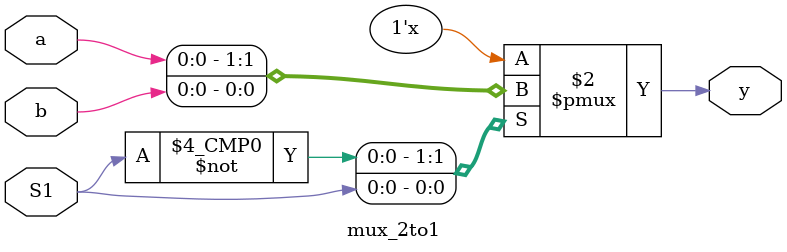
<source format=v>
module mux_2to1(
    input a,b,
    input S1, 
    output y
);
    always@(S1) begin
        case (S1)
            'b0 : y = a;
            'b1 : y = b;
            default : y = 0;
        endcase
        
    end

endmodule
</source>
